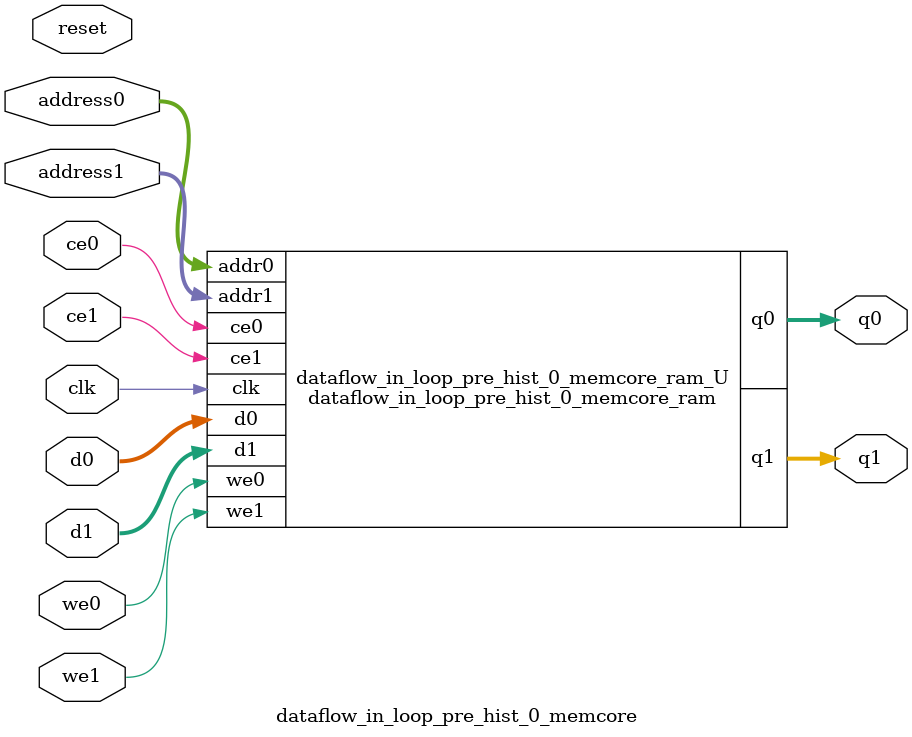
<source format=v>

`timescale 1 ns / 1 ps
module dataflow_in_loop_pre_hist_0_memcore_ram (addr0, ce0, d0, we0, q0, addr1, ce1, d1, we1, q1,  clk);

parameter DWIDTH = 16;
parameter AWIDTH = 3;
parameter MEM_SIZE = 8;

input[AWIDTH-1:0] addr0;
input ce0;
input[DWIDTH-1:0] d0;
input we0;
output reg[DWIDTH-1:0] q0;
input[AWIDTH-1:0] addr1;
input ce1;
input[DWIDTH-1:0] d1;
input we1;
output reg[DWIDTH-1:0] q1;
input clk;

(* ram_style = "distributed" *)reg [DWIDTH-1:0] ram[0:MEM_SIZE-1];




always @(posedge clk)  
begin 
    if (ce0) 
    begin
        if (we0) 
        begin 
            ram[addr0] <= d0; 
            q0 <= d0;
        end 
        else 
            q0 <= ram[addr0];
    end
end


always @(posedge clk)  
begin 
    if (ce1) 
    begin
        if (we1) 
        begin 
            ram[addr1] <= d1; 
            q1 <= d1;
        end 
        else 
            q1 <= ram[addr1];
    end
end


endmodule


`timescale 1 ns / 1 ps
module dataflow_in_loop_pre_hist_0_memcore(
    reset,
    clk,
    address0,
    ce0,
    we0,
    d0,
    q0,
    address1,
    ce1,
    we1,
    d1,
    q1);

parameter DataWidth = 32'd16;
parameter AddressRange = 32'd8;
parameter AddressWidth = 32'd3;
input reset;
input clk;
input[AddressWidth - 1:0] address0;
input ce0;
input we0;
input[DataWidth - 1:0] d0;
output[DataWidth - 1:0] q0;
input[AddressWidth - 1:0] address1;
input ce1;
input we1;
input[DataWidth - 1:0] d1;
output[DataWidth - 1:0] q1;



dataflow_in_loop_pre_hist_0_memcore_ram dataflow_in_loop_pre_hist_0_memcore_ram_U(
    .clk( clk ),
    .addr0( address0 ),
    .ce0( ce0 ),
    .d0( d0 ),
    .we0( we0 ),
    .q0( q0 ),
    .addr1( address1 ),
    .ce1( ce1 ),
    .d1( d1 ),
    .we1( we1 ),
    .q1( q1 ));

endmodule


</source>
